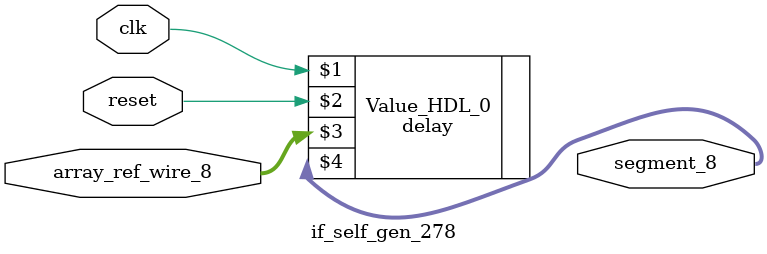
<source format=v>
module if_self_gen_278( input clk, input reset, input [31:0]array_ref_wire_8, output [31:0]segment_8); 
	wire [31:0]segment_8;
	//Proceed with segment_8 = array_ref_wire_8
	delay Value_HDL_0 ( clk, reset, array_ref_wire_8, segment_8);
endmodule
</source>
